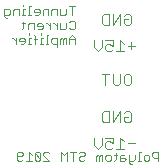
<source format=gbr>
G04 EAGLE Gerber RS-274X export*
G75*
%MOMM*%
%FSLAX34Y34*%
%LPD*%
%INSilkscreen Bottom*%
%IPPOS*%
%AMOC8*
5,1,8,0,0,1.08239X$1,22.5*%
G01*
%ADD10C,0.076200*%


D10*
X117812Y132715D02*
X117812Y140087D01*
X120269Y140087D02*
X115354Y140087D01*
X112785Y137630D02*
X112785Y133944D01*
X111556Y132715D01*
X107870Y132715D01*
X107870Y137630D01*
X105301Y137630D02*
X105301Y132715D01*
X105301Y137630D02*
X101615Y137630D01*
X100386Y136401D01*
X100386Y132715D01*
X97817Y132715D02*
X97817Y137630D01*
X94130Y137630D01*
X92902Y136401D01*
X92902Y132715D01*
X89104Y132715D02*
X86646Y132715D01*
X89104Y132715D02*
X90332Y133944D01*
X90332Y136401D01*
X89104Y137630D01*
X86646Y137630D01*
X85418Y136401D01*
X85418Y135172D01*
X90332Y135172D01*
X82848Y140087D02*
X81620Y140087D01*
X81620Y132715D01*
X82848Y132715D02*
X80391Y132715D01*
X77859Y137630D02*
X76630Y137630D01*
X76630Y132715D01*
X77859Y132715D02*
X75401Y132715D01*
X76630Y140087D02*
X76630Y141316D01*
X72869Y137630D02*
X72869Y132715D01*
X72869Y137630D02*
X69183Y137630D01*
X67955Y136401D01*
X67955Y132715D01*
X62928Y130258D02*
X61699Y130258D01*
X60470Y131486D01*
X60470Y137630D01*
X64157Y137630D01*
X65385Y136401D01*
X65385Y133944D01*
X64157Y132715D01*
X60470Y132715D01*
X115354Y126667D02*
X116583Y127895D01*
X119040Y127895D01*
X120269Y126667D01*
X120269Y121752D01*
X119040Y120523D01*
X116583Y120523D01*
X115354Y121752D01*
X112785Y121752D02*
X112785Y125438D01*
X112785Y121752D02*
X111556Y120523D01*
X107870Y120523D01*
X107870Y125438D01*
X105301Y125438D02*
X105301Y120523D01*
X105301Y122980D02*
X102843Y125438D01*
X101615Y125438D01*
X99064Y125438D02*
X99064Y120523D01*
X99064Y122980D02*
X96607Y125438D01*
X95378Y125438D01*
X91598Y120523D02*
X89141Y120523D01*
X91598Y120523D02*
X92827Y121752D01*
X92827Y124209D01*
X91598Y125438D01*
X89141Y125438D01*
X87912Y124209D01*
X87912Y122980D01*
X92827Y122980D01*
X85343Y120523D02*
X85343Y125438D01*
X81657Y125438D01*
X80428Y124209D01*
X80428Y120523D01*
X76630Y121752D02*
X76630Y126667D01*
X76630Y121752D02*
X75401Y120523D01*
X75401Y125438D02*
X77859Y125438D01*
X120269Y113246D02*
X120269Y108331D01*
X120269Y113246D02*
X117812Y115703D01*
X115354Y113246D01*
X115354Y108331D01*
X115354Y112017D02*
X120269Y112017D01*
X112785Y113246D02*
X112785Y108331D01*
X112785Y113246D02*
X111556Y113246D01*
X110327Y112017D01*
X110327Y108331D01*
X110327Y112017D02*
X109099Y113246D01*
X107870Y112017D01*
X107870Y108331D01*
X105301Y105874D02*
X105301Y113246D01*
X101615Y113246D01*
X100386Y112017D01*
X100386Y109560D01*
X101615Y108331D01*
X105301Y108331D01*
X97817Y115703D02*
X96588Y115703D01*
X96588Y108331D01*
X97817Y108331D02*
X95359Y108331D01*
X92827Y113246D02*
X91598Y113246D01*
X91598Y108331D01*
X90370Y108331D02*
X92827Y108331D01*
X91598Y115703D02*
X91598Y116932D01*
X86609Y114475D02*
X86609Y108331D01*
X86609Y114475D02*
X85380Y115703D01*
X85380Y112017D02*
X87838Y112017D01*
X82848Y113246D02*
X81620Y113246D01*
X81620Y108331D01*
X82848Y108331D02*
X80391Y108331D01*
X81620Y115703D02*
X81620Y116932D01*
X76630Y108331D02*
X74173Y108331D01*
X76630Y108331D02*
X77859Y109560D01*
X77859Y112017D01*
X76630Y113246D01*
X74173Y113246D01*
X72944Y112017D01*
X72944Y110788D01*
X77859Y110788D01*
X70375Y108331D02*
X70375Y113246D01*
X70375Y110788D02*
X67917Y113246D01*
X66689Y113246D01*
X190754Y16643D02*
X190754Y9271D01*
X190754Y16643D02*
X187068Y16643D01*
X185839Y15415D01*
X185839Y12957D01*
X187068Y11728D01*
X190754Y11728D01*
X182041Y9271D02*
X179584Y9271D01*
X178355Y10500D01*
X178355Y12957D01*
X179584Y14186D01*
X182041Y14186D01*
X183270Y12957D01*
X183270Y10500D01*
X182041Y9271D01*
X175786Y16643D02*
X174557Y16643D01*
X174557Y9271D01*
X175786Y9271D02*
X173328Y9271D01*
X170796Y10500D02*
X170796Y14186D01*
X170796Y10500D02*
X169568Y9271D01*
X165881Y9271D01*
X165881Y8042D02*
X165881Y14186D01*
X165881Y8042D02*
X167110Y6814D01*
X168339Y6814D01*
X162083Y14186D02*
X159626Y14186D01*
X158397Y12957D01*
X158397Y9271D01*
X162083Y9271D01*
X163312Y10500D01*
X162083Y11728D01*
X158397Y11728D01*
X154599Y10500D02*
X154599Y15415D01*
X154599Y10500D02*
X153371Y9271D01*
X153371Y14186D02*
X155828Y14186D01*
X149610Y9271D02*
X147152Y9271D01*
X145924Y10500D01*
X145924Y12957D01*
X147152Y14186D01*
X149610Y14186D01*
X150839Y12957D01*
X150839Y10500D01*
X149610Y9271D01*
X143354Y9271D02*
X143354Y14186D01*
X142126Y14186D01*
X140897Y12957D01*
X140897Y9271D01*
X140897Y12957D02*
X139668Y14186D01*
X138440Y12957D01*
X138440Y9271D01*
X124700Y16643D02*
X123471Y15415D01*
X124700Y16643D02*
X127157Y16643D01*
X128386Y15415D01*
X128386Y14186D01*
X127157Y12957D01*
X124700Y12957D01*
X123471Y11728D01*
X123471Y10500D01*
X124700Y9271D01*
X127157Y9271D01*
X128386Y10500D01*
X118444Y9271D02*
X118444Y16643D01*
X115987Y16643D02*
X120902Y16643D01*
X113418Y16643D02*
X113418Y9271D01*
X110960Y14186D02*
X113418Y16643D01*
X110960Y14186D02*
X108503Y16643D01*
X108503Y9271D01*
X98449Y9271D02*
X93535Y9271D01*
X98449Y9271D02*
X93535Y14186D01*
X93535Y15415D01*
X94763Y16643D01*
X97221Y16643D01*
X98449Y15415D01*
X90965Y15415D02*
X90965Y10500D01*
X90965Y15415D02*
X89737Y16643D01*
X87279Y16643D01*
X86050Y15415D01*
X86050Y10500D01*
X87279Y9271D01*
X89737Y9271D01*
X90965Y10500D01*
X86050Y15415D01*
X83481Y14186D02*
X81024Y16643D01*
X81024Y9271D01*
X83481Y9271D02*
X78566Y9271D01*
X75997Y10500D02*
X74768Y9271D01*
X72311Y9271D01*
X71082Y10500D01*
X71082Y15415D01*
X72311Y16643D01*
X74768Y16643D01*
X75997Y15415D01*
X75997Y14186D01*
X74768Y12957D01*
X71082Y12957D01*
X161623Y132044D02*
X163191Y133612D01*
X166326Y133612D01*
X167894Y132044D01*
X167894Y125774D01*
X166326Y124206D01*
X163191Y124206D01*
X161623Y125774D01*
X161623Y128909D01*
X164759Y128909D01*
X158539Y124206D02*
X158539Y133612D01*
X152268Y124206D01*
X152268Y133612D01*
X149184Y133612D02*
X149184Y124206D01*
X144481Y124206D01*
X142913Y125774D01*
X142913Y132044D01*
X144481Y133612D01*
X149184Y133612D01*
X164798Y106684D02*
X171069Y106684D01*
X167934Y109819D02*
X167934Y103549D01*
X161714Y108252D02*
X158578Y111387D01*
X158578Y101981D01*
X155443Y101981D02*
X161714Y101981D01*
X152359Y111387D02*
X146088Y111387D01*
X152359Y111387D02*
X152359Y106684D01*
X149223Y108252D01*
X147656Y108252D01*
X146088Y106684D01*
X146088Y103549D01*
X147656Y101981D01*
X150791Y101981D01*
X152359Y103549D01*
X143003Y105116D02*
X143003Y111387D01*
X143003Y105116D02*
X139868Y101981D01*
X136733Y105116D01*
X136733Y111387D01*
X163191Y82812D02*
X166326Y82812D01*
X167894Y81244D01*
X167894Y74974D01*
X166326Y73406D01*
X163191Y73406D01*
X161623Y74974D01*
X161623Y81244D01*
X163191Y82812D01*
X158539Y82812D02*
X158539Y74974D01*
X156971Y73406D01*
X153836Y73406D01*
X152268Y74974D01*
X152268Y82812D01*
X146048Y82812D02*
X146048Y73406D01*
X142913Y82812D02*
X149184Y82812D01*
X163191Y51062D02*
X161623Y49494D01*
X163191Y51062D02*
X166326Y51062D01*
X167894Y49494D01*
X167894Y43224D01*
X166326Y41656D01*
X163191Y41656D01*
X161623Y43224D01*
X161623Y46359D01*
X164759Y46359D01*
X158539Y41656D02*
X158539Y51062D01*
X152268Y41656D01*
X152268Y51062D01*
X149184Y51062D02*
X149184Y41656D01*
X144481Y41656D01*
X142913Y43224D01*
X142913Y49494D01*
X144481Y51062D01*
X149184Y51062D01*
X164798Y24134D02*
X171069Y24134D01*
X161714Y25702D02*
X158578Y28837D01*
X158578Y19431D01*
X155443Y19431D02*
X161714Y19431D01*
X152359Y28837D02*
X146088Y28837D01*
X152359Y28837D02*
X152359Y24134D01*
X149223Y25702D01*
X147656Y25702D01*
X146088Y24134D01*
X146088Y20999D01*
X147656Y19431D01*
X150791Y19431D01*
X152359Y20999D01*
X143003Y22566D02*
X143003Y28837D01*
X143003Y22566D02*
X139868Y19431D01*
X136733Y22566D01*
X136733Y28837D01*
M02*

</source>
